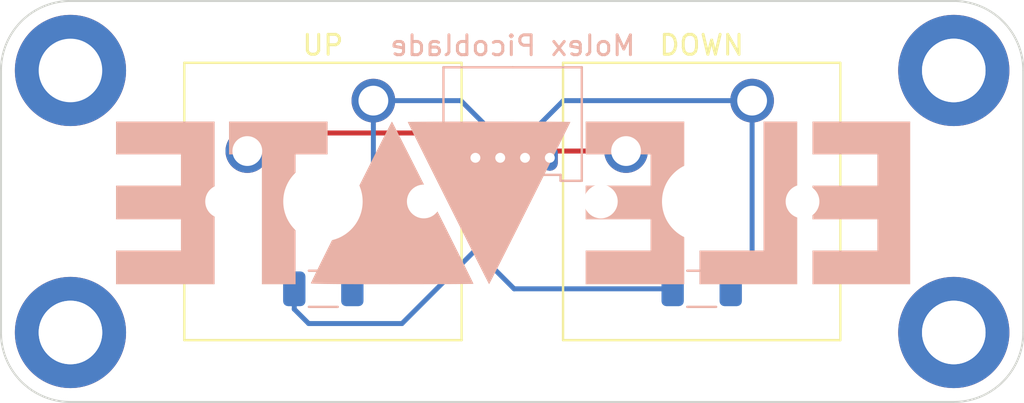
<source format=kicad_pcb>
(kicad_pcb (version 20221018) (generator pcbnew)
  (layers (0 "F.Cu" signal) (31 "B.Cu" signal) (34 "B.Paste" user) (35 "F.Paste" user) (36 "B.SilkS" user "B.Silkscreen") (37 "F.SilkS" user "F.Silkscreen") (38 "B.Mask" user) (39 "F.Mask" user) (44 "Edge.Cuts" user))
  (net 0 "")
  (net 1 "GND")
  (net 2 "+3V3")
  (net 3 "UP")
  (net 4 "DOWN")
  (footprint "MountingHole:MountingHole_3.2mm_M3_DIN965_Pad_TopBottom" (layer "F.Cu") (at 122.4 106.15)
    (fp_text reference "REF**" hide)
    (fp_text value "MountingHole_3.2mm_M3_DIN965_Pad_TopBottom" hide)
    (pad "1" thru_hole circle (at 0 0) (size 3.6 3.6) (drill 3.2) (layers "*.Cu" "*.Mask"))
    (pad "1" connect circle (at 0 0) (size 5.6 5.6) (layers "F.Cu" "F.Mask"))
    (pad "1" connect circle (at 0 0) (size 5.6 5.6) (layers "B.Cu" "B.Mask"))
  )
  (footprint "Button_Switch_Keyboard:SW_Cherry_MX_1.00u_PCB" (layer "F.Cu") (at 156.74 94.47)
    (fp_text reference "DOWN" (at -2.54 -2.794) (layer "F.SilkS"))
    (fp_text value "Down Switch")
    (fp_line (start -9.525 -1.905) (end 4.445 -1.905) (stroke (width 0.12)) (layer "F.SilkS"))
    (fp_line (start -9.525 12.065) (end -9.525 -1.905) (stroke (width 0.12)) (layer "F.SilkS"))
    (fp_line (start 4.445 -1.905) (end 4.445 12.065) (stroke (width 0.12)) (layer "F.SilkS"))
    (fp_line (start 4.445 12.065) (end -9.525 12.065) (stroke (width 0.12)) (layer "F.SilkS"))
    (pad "" np_thru_hole circle (at -7.62 5.08) (size 1.7 1.7) (drill 1.7) (layers "*.Cu" "*.Mask"))
    (pad "" np_thru_hole circle (at -2.54 5.08) (size 4 4) (drill 4) (layers "*.Cu" "*.Mask"))
    (pad "" np_thru_hole circle (at 2.54 5.08) (size 1.7 1.7) (drill 1.7) (layers "*.Cu" "*.Mask"))
    (pad "1" thru_hole circle (at 0 0) (size 2.2 2.2) (drill 1.5) (layers "*.Cu" "*.Mask") (net 4 "DOWN"))
    (pad "2" thru_hole circle (at -6.35 2.54) (size 2.2 2.2) (drill 1.5) (layers "*.Cu" "*.Mask") (net 1 "GND"))
  )
  (footprint "" (layer "F.Cu") (at 122.4 106.15)
    (fp_text reference "" (at 0 0) (layer "F.SilkS") (effects (font (size 1.27 1.27))))
    (fp_text value "" (at 0 0) (layer "F.SilkS") (effects (font (size 1.27 1.27))))
    (pad "1" thru_hole circle (at 0 0) (size 3.6 3.6) (drill 3.2) (layers "*.Cu" "*.Mask"))
  )
  (footprint "MountingHole:MountingHole_3.2mm_M3_DIN965_Pad_TopBottom" (layer "F.Cu") (at 166.9 92.95)
    (fp_text reference "REF**" hide)
    (fp_text value "MountingHole_3.2mm_M3_DIN965_Pad_TopBottom" hide)
    (pad "1" thru_hole circle (at 0 0) (size 3.6 3.6) (drill 3.2) (layers "*.Cu" "*.Mask"))
    (pad "1" connect circle (at 0 0) (size 5.6 5.6) (layers "F.Cu" "F.Mask"))
    (pad "1" connect circle (at 0 0) (size 5.6 5.6) (layers "B.Cu" "B.Mask"))
  )
  (footprint "MountingHole:MountingHole_3.2mm_M3_DIN965_Pad_TopBottom" (layer "F.Cu") (at 122.4 92.95)
    (fp_text reference "REF**" hide)
    (fp_text value "MountingHole_3.2mm_M3_DIN965_Pad_TopBottom" hide)
    (pad "1" thru_hole circle (at 0 0) (size 3.6 3.6) (drill 3.2) (layers "*.Cu" "*.Mask"))
    (pad "1" connect circle (at 0 0) (size 5.6 5.6) (layers "F.Cu" "F.Mask"))
    (pad "1" connect circle (at 0 0) (size 5.6 5.6) (layers "B.Cu" "B.Mask"))
  )
  (footprint "Button_Switch_Keyboard:SW_Cherry_MX_1.00u_PCB" (layer "F.Cu") (at 137.66 94.47)
    (fp_text reference "UP" (at -2.54 -2.794) (layer "F.SilkS"))
    (fp_text value "Up Switch")
    (fp_line (start -9.525 -1.905) (end 4.445 -1.905) (stroke (width 0.12)) (layer "F.SilkS"))
    (fp_line (start -9.525 12.065) (end -9.525 -1.905) (stroke (width 0.12)) (layer "F.SilkS"))
    (fp_line (start 4.445 -1.905) (end 4.445 12.065) (stroke (width 0.12)) (layer "F.SilkS"))
    (fp_line (start 4.445 12.065) (end -9.525 12.065) (stroke (width 0.12)) (layer "F.SilkS"))
    (pad "" np_thru_hole circle (at -7.62 5.08) (size 1.7 1.7) (drill 1.7) (layers "*.Cu" "*.Mask"))
    (pad "" np_thru_hole circle (at -2.54 5.08) (size 4 4) (drill 4) (layers "*.Cu" "*.Mask"))
    (pad "" np_thru_hole circle (at 2.54 5.08) (size 1.7 1.7) (drill 1.7) (layers "*.Cu" "*.Mask"))
    (pad "1" thru_hole circle (at 0 0) (size 2.2 2.2) (drill 1.5) (layers "*.Cu" "*.Mask") (net 3 "UP"))
    (pad "2" thru_hole circle (at -6.35 2.54) (size 2.2 2.2) (drill 1.5) (layers "*.Cu" "*.Mask") (net 1 "GND"))
  )
  (footprint "MountingHole:MountingHole_3.2mm_M3_DIN965_Pad_TopBottom" (layer "F.Cu") (at 166.9 106.15)
    (fp_text reference "REF**" hide)
    (fp_text value "MountingHole_3.2mm_M3_DIN965_Pad_TopBottom" hide)
    (pad "1" thru_hole circle (at 0 0) (size 3.6 3.6) (drill 3.2) (layers "*.Cu" "*.Mask"))
    (pad "1" connect circle (at 0 0) (size 5.6 5.6) (layers "F.Cu" "F.Mask"))
    (pad "1" connect circle (at 0 0) (size 5.6 5.6) (layers "B.Cu" "B.Mask"))
  )
  (footprint "" (layer "F.Cu") (at 166.9 92.95)
    (fp_text reference "" (at 0 0) (layer "F.SilkS") (effects (font (size 1.27 1.27))))
    (fp_text value "" (at 0 0) (layer "F.SilkS") (effects (font (size 1.27 1.27))))
    (pad "1" thru_hole circle (at 0 0) (size 3.6 3.6) (drill 3.2) (layers "*.Cu" "*.Mask"))
  )
  (footprint "" (layer "F.Cu") (at 166.9 106.15)
    (fp_text reference "" (at 0 0) (layer "F.SilkS") (effects (font (size 1.27 1.27))))
    (fp_text value "" (at 0 0) (layer "F.SilkS") (effects (font (size 1.27 1.27))))
    (pad "1" thru_hole circle (at 0 0) (size 3.6 3.6) (drill 3.2) (layers "*.Cu" "*.Mask"))
  )
  (footprint "Resistor_SMD:R_1206_3216Metric" (layer "B.Cu") (at 154.2 103.95)
    (fp_text reference "R4" hide)
    (fp_text value "1k" hide)
    (fp_line (start -0.727064 -0.91) (end 0.727064 -0.91) (stroke (width 0.12)) (layer "B.SilkS"))
    (fp_line (start -0.727064 0.91) (end 0.727064 0.91) (stroke (width 0.12)) (layer "B.SilkS"))
    (pad "1" smd roundrect (at -1.4625 0) (size 1.125 1.75) (layers "B.Cu" "B.Paste" "B.Mask") (roundrect_rratio 0.2222222222) (net 2 "+3V3"))
    (pad "2" smd roundrect (at 1.4625 0) (size 1.125 1.75) (layers "B.Cu" "B.Paste" "B.Mask") (roundrect_rratio 0.2222222222))
  )
  (footprint "Logo:Logo" (layer "B.Cu") (at 144.7 99.6 180)
    (fp_text reference "G***" hide)
    (fp_text value "LOGO" hide)
    (fp_poly (pts (xy -12.61505 0.82826) (xy -12.61505 -2.421071) (xy -11.001003 -2.421071) (xy -9.386956 -2.421071) (xy -9.386956 -3.270569) (xy -9.386956 -4.120067) (xy -11.850502 -4.120067) (xy -14.314047 -4.120067) (xy -14.314047 -0.021238) (xy -14.314047 4.077591) (xy -13.464548 4.077591) (xy -12.61505 4.077591)) (fill solid) (layer "B.SilkS"))
    (fp_poly (pts (xy 14.314047 3.249331) (xy 14.314047 2.42107) (xy 13.485786 2.42107) (xy 12.657525 2.42107) (xy 12.657525 -0.849499) (xy 12.657525 -4.120067) (xy 11.808027 -4.120067) (xy 10.958529 -4.120067) (xy 10.958529 -0.849499) (xy 10.958529 2.42107) (xy 10.151505 2.42107) (xy 9.344482 2.42107) (xy 9.344482 3.249331) (xy 9.344482 4.077591) (xy 11.829264 4.077591) (xy 14.314047 4.077591)) (fill solid) (layer "B.SilkS"))
    (fp_poly (pts (xy -15.078595 3.249331) (xy -15.078595 2.42107) (xy -16.713879 2.42107) (xy -18.349164 2.42107) (xy -18.349164 1.635284) (xy -18.349164 0.849498) (xy -16.713879 0.849498) (xy -15.078595 0.849498) (xy -15.078595 0) (xy -15.078595 -0.849499) (xy -16.713879 -0.849499) (xy -18.349164 -0.849499) (xy -18.349164 -1.635285) (xy -18.349164 -2.421071) (xy -16.713879 -2.421071) (xy -15.078595 -2.421071) (xy -15.078595 -3.270569) (xy -15.078595 -4.120067) (xy -17.54214 -4.120067) (xy -20.005685 -4.120067) (xy -20.005685 -0.021238) (xy -20.005685 4.077591) (xy -17.54214 4.077591) (xy -15.078595 4.077591)) (fill solid) (layer "B.SilkS"))
    (fp_poly (pts (xy -3.652843 3.249331) (xy -3.652843 2.42107) (xy -5.288127 2.42107) (xy -6.923411 2.42107) (xy -6.923411 1.635284) (xy -6.923411 0.849498) (xy -5.288127 0.849498) (xy -3.652843 0.849498) (xy -3.652843 0) (xy -3.652843 -0.849499) (xy -5.288127 -0.849499) (xy -6.923411 -0.849499) (xy -6.923411 -1.635285) (xy -6.923411 -2.421071) (xy -5.288127 -2.421071) (xy -3.652843 -2.421071) (xy -3.652843 -3.270569) (xy -3.652843 -4.120067) (xy -6.137625 -4.120067) (xy -8.622408 -4.120067) (xy -8.622408 -0.021238) (xy -8.622408 4.077591) (xy -6.137625 4.077591) (xy -3.652843 4.077591)) (fill solid) (layer "B.SilkS"))
    (fp_poly (pts (xy 20.005686 3.249331) (xy 20.005686 2.42107) (xy 18.370401 2.42107) (xy 16.735117 2.42107) (xy 16.735117 1.635284) (xy 16.735117 0.849498) (xy 18.370401 0.849498) (xy 20.005686 0.849498) (xy 20.005686 0) (xy 20.005686 -0.849499) (xy 18.370401 -0.849499) (xy 16.735117 -0.849499) (xy 16.735117 -1.635285) (xy 16.735117 -2.421071) (xy 18.370401 -2.421071) (xy 20.005686 -2.421071) (xy 20.005686 -3.270569) (xy 20.005686 -4.120067) (xy 17.520903 -4.120067) (xy 15.036121 -4.120067) (xy 15.036121 -0.021238) (xy 15.036121 4.077591) (xy 17.520903 4.077591) (xy 20.005686 4.077591)) (fill solid) (layer "B.SilkS"))
    (fp_poly (pts (xy 6.128449 4.040555) (xy 6.185781 3.933444) (xy 6.274906 3.762258) (xy 6.392816 3.532995) (xy 6.536504 3.251655) (xy 6.702964 2.924236) (xy 6.889188 2.556737) (xy 7.092169 2.155157) (xy 7.3089 1.725496) (xy 7.536373 1.273751) (xy 7.771582 0.805922) (xy 8.01152 0.328008) (xy 8.253179 -0.153993) (xy 8.493552 -0.634081) (xy 8.729632 -1.106258) (xy 8.958413 -1.564525) (xy 9.176886 -2.002883) (xy 9.382045 -2.415333) (xy 9.570883 -2.795876) (xy 9.740392 -3.138513) (xy 9.887566 -3.437245) (xy 10.009397 -3.686074) (xy 10.102878 -3.879001) (xy 10.165002 -4.010027) (xy 10.192762 -4.073152) (xy 10.19398 -4.077651) (xy 10.151605 -4.085677) (xy 10.024873 -4.092877) (xy 9.814373 -4.099247) (xy 9.520693 -4.10478) (xy 9.144423 -4.10947) (xy 8.686151 -4.113312) (xy 8.146466 -4.116298) (xy 7.525956 -4.118423) (xy 6.825211 -4.119681) (xy 6.095151 -4.120067) (xy 5.513021 -4.119851) (xy 4.955557 -4.119224) (xy 4.428549 -4.118214) (xy 3.937784 -4.116853) (xy 3.489053 -4.11517) (xy 3.088143 -4.113196) (xy 2.740844 -4.110961) (xy 2.452944 -4.108494) (xy 2.230232 -4.105827) (xy 2.078496 -4.102988) (xy 2.003526 -4.100009) (xy 1.996321 -4.098742) (xy 2.014921 -4.055423) (xy 2.068716 -3.942599) (xy 2.154698 -3.766256) (xy 2.269861 -3.532375) (xy 2.411197 -3.246941) (xy 2.575698 -2.915936) (xy 2.760358 -2.545344) (xy 2.962168 -2.141149) (xy 3.178123 -1.709333) (xy 3.405213 -1.255879) (xy 3.640433 -0.786772) (xy 3.880774 -0.307994) (xy 4.123229 0.174471) (xy 4.364792 0.654641) (xy 4.602454 1.126531) (xy 4.833208 1.584159) (xy 5.054048 2.02154) (xy 5.261965 2.432693) (xy 5.453952 2.811633) (xy 5.627003 3.152378) (xy 5.778109 3.448943) (xy 5.904263 3.695346) (xy 6.002459 3.885604) (xy 6.069688 4.013732) (xy 6.102944 4.073749) (xy 6.105917 4.077591)) (fill solid) (layer "B.SilkS"))
    (fp_poly (pts (xy 1.792665 4.077376) (xy 2.350129 4.076748) (xy 2.877137 4.075738) (xy 3.367901 4.074377) (xy 3.816633 4.072694) (xy 4.217543 4.07072) (xy 4.564842 4.068485) (xy 4.852742 4.066018) (xy 5.075454 4.063351) (xy 5.22719 4.060513) (xy 5.30216 4.057533) (xy 5.309365 4.056266) (xy 5.29081 4.014531) (xy 5.237147 3.90315) (xy 5.151376 3.728106) (xy 5.036496 3.495386) (xy 4.895509 3.210974) (xy 4.731414 2.880856) (xy 4.547212 2.511015) (xy 4.345902 2.107438) (xy 4.130486 1.676108) (xy 3.903963 1.223011) (xy 3.669335 0.754132) (xy 3.4296 0.275456) (xy 3.187759 -0.207032) (xy 2.946813 -0.687348) (xy 2.709762 -1.159507) (xy 2.479606 -1.617522) (xy 2.259346 -2.055411) (xy 2.051981 -2.467187) (xy 1.860512 -2.846866) (xy 1.687939 -3.188463) (xy 1.537263 -3.485993) (xy 1.411483 -3.733471) (xy 1.3136 -3.924911) (xy 1.246615 -4.05433) (xy 1.213527 -4.115743) (xy 1.210535 -4.120067) (xy 1.189088 -4.082878) (xy 1.132201 -3.974586) (xy 1.042356 -3.800104) (xy 0.922036 -3.564345) (xy 0.773721 -3.272221) (xy 0.599894 -2.928645) (xy 0.403038 -2.538531) (xy 0.185634 -2.10679) (xy -0.049837 -1.638337) (xy -0.300891 -1.138083) (xy -0.565046 -0.610942) (xy -0.839822 -0.061826) (xy -0.849454 -0.042563) (xy -1.124422 0.507544) (xy -1.388482 1.036206) (xy -1.639174 1.538482) (xy -1.874041 2.009429) (xy -2.090624 2.444106) (xy -2.286466 2.83757) (xy -2.459107 3.184879) (xy -2.60609 3.481092) (xy -2.724957 3.721266) (xy -2.813249 3.900459) (xy -2.868508 4.01373) (xy -2.888275 4.056136) (xy -2.888294 4.056266) (xy -2.846784 4.059295) (xy -2.726113 4.062195) (xy -2.53207 4.064937) (xy -2.270443 4.067491) (xy -1.947022 4.069825) (xy -1.567594 4.071911) (xy -1.13795 4.073718) (xy -0.663877 4.075216) (xy -0.151165 4.076375) (xy 0.394398 4.077164) (xy 0.967023 4.077554) (xy 1.210535 4.077591)) (fill solid) (layer "B.SilkS"))
  )
  (footprint "Resistor_SMD:R_1206_3216Metric" (layer "B.Cu") (at 135.1375 103.95)
    (fp_text reference "R3" hide)
    (fp_text value "1k" hide)
    (fp_line (start -0.727064 -0.91) (end 0.727064 -0.91) (stroke (width 0.12)) (layer "B.SilkS"))
    (fp_line (start -0.727064 0.91) (end 0.727064 0.91) (stroke (width 0.12)) (layer "B.SilkS"))
    (pad "1" smd roundrect (at -1.4625 0) (size 1.125 1.75) (layers "B.Cu" "B.Paste" "B.Mask") (roundrect_rratio 0.2222222222) (net 2 "+3V3"))
    (pad "2" smd roundrect (at 1.4625 0) (size 1.125 1.75) (layers "B.Cu" "B.Paste" "B.Mask") (roundrect_rratio 0.2222222222))
  )
  (footprint "Connector_Molex:Molex_PicoBlade_53048-0410_1x04_P1.25mm_Horizontal" (layer "B.Cu") (at 142.8 97.35)
    (fp_text reference "Molex2" hide)
    (fp_text value "Molex Picoblade" (at 1.88 -5.65) (layer "B.SilkS") (effects (justify mirror)))
    (fp_line (start -1.61 -4.56) (end 1.875 -4.56) (stroke (width 0.12)) (layer "B.SilkS"))
    (fp_line (start -1.61 1.16) (end -1.61 -4.56) (stroke (width 0.12)) (layer "B.SilkS"))
    (fp_line (start -0.54 0.86) (end -0.54 1.16) (stroke (width 0.12)) (layer "B.SilkS"))
    (fp_line (start -0.54 1.16) (end -1.61 1.16) (stroke (width 0.12)) (layer "B.SilkS"))
    (fp_line (start -0.25 1.15) (end -0.25 1.45) (stroke (width 0.12)) (layer "B.SilkS"))
    (fp_line (start -0.25 1.45) (end -0.75 1.45) (stroke (width 0.12)) (layer "B.SilkS"))
    (fp_line (start 1.875 0.86) (end -0.54 0.86) (stroke (width 0.12)) (layer "B.SilkS"))
    (fp_line (start 1.875 0.86) (end 4.29 0.86) (stroke (width 0.12)) (layer "B.SilkS"))
    (fp_line (start 4.29 0.86) (end 4.29 1.16) (stroke (width 0.12)) (layer "B.SilkS"))
    (fp_line (start 4.29 1.16) (end 5.36 1.16) (stroke (width 0.12)) (layer "B.SilkS"))
    (fp_line (start 5.36 -4.56) (end 1.875 -4.56) (stroke (width 0.12)) (layer "B.SilkS"))
    (fp_line (start 5.36 1.16) (end 5.36 -4.56) (stroke (width 0.12)) (layer "B.SilkS"))
    (pad "1" thru_hole roundrect (at 0 0) (size 0.8 1.3) (drill 0.5) (layers "*.Cu" "*.Mask") (net 2 "+3V3"))
    (pad "2" thru_hole oval (at 1.25 0) (size 0.8 1.3) (drill 0.5) (layers "*.Cu" "*.Mask"))
    (pad "3" thru_hole oval (at 2.5 0) (size 0.8 1.3) (drill 0.5) (layers "*.Cu" "*.Mask"))
    (pad "4" thru_hole oval (at 3.75 0) (size 0.8 1.3) (drill 0.5) (layers "*.Cu" "*.Mask") (net 1 "GND"))
  )
  (gr_line (start 118.9 106.15) (end 118.9 92.95) (stroke (width 0.1)) (layer "Edge.Cuts"))
  (gr_line (start 170.4 106.15) (end 170.4 92.95) (stroke (width 0.1)) (layer "Edge.Cuts"))
  (gr_arc (start 166.9 89.45) (mid 169.374874 90.475126) (end 170.4 92.95) (stroke (width 0.1)) (layer "Edge.Cuts"))
  (gr_line (start 166.9 89.45) (end 122.4 89.45) (stroke (width 0.1)) (layer "Edge.Cuts"))
  (gr_line (start 163.8 109.65) (end 166.9 109.65) (stroke (width 0.1)) (layer "Edge.Cuts"))
  (gr_arc (start 118.9 92.95) (mid 119.925126 90.475126) (end 122.4 89.45) (stroke (width 0.1)) (layer "Edge.Cuts"))
  (gr_line (start 122.4 109.65) (end 163.8 109.65) (stroke (width 0.1)) (layer "Edge.Cuts"))
  (gr_arc (start 170.4 106.15) (mid 169.374874 108.624874) (end 166.9 109.65) (stroke (width 0.1)) (layer "Edge.Cuts"))
  (gr_arc (start 122.4 109.65) (mid 119.925126 108.624874) (end 118.9 106.15) (stroke (width 0.1)) (layer "Edge.Cuts"))
  (segment (start 146.89 97.01) (end 146.55 97.35) (width 0.25) (layer "F.Cu") (net 1))
  (segment (start 131.31 97.01) (end 132.22 96.1) (width 0.25) (layer "F.Cu") (net 1))
  (segment (start 150.39 97.01) (end 146.89 97.01) (width 0.25) (layer "F.Cu") (net 1))
  (segment (start 146.55 97.05) (end 146.55 97.35) (width 0.25) (layer "F.Cu") (net 1))
  (segment (start 132.22 96.1) (end 145.6 96.1) (width 0.25) (layer "F.Cu") (net 1))
  (segment (start 145.6 96.1) (end 146.55 97.05) (width 0.25) (layer "F.Cu") (net 1))
  (segment (start 144.75 103.95) (end 142.8 102) (width 0.25) (layer "B.Cu") (net 2))
  (segment (start 133.675 104.975) (end 134.4 105.7) (width 0.25) (layer "B.Cu") (net 2))
  (segment (start 142.8 102) (end 142.8 101.5) (width 0.25) (layer "B.Cu") (net 2))
  (segment (start 133.675 103.95) (end 133.675 104.975) (width 0.25) (layer "B.Cu") (net 2))
  (segment (start 139.1 105.7) (end 142.8 102) (width 0.25) (layer "B.Cu") (net 2))
  (segment (start 134.4 105.7) (end 139.1 105.7) (width 0.25) (layer "B.Cu") (net 2))
  (segment (start 142.8 101.5) (end 142.8 97.35) (width 0.25) (layer "B.Cu") (net 2))
  (segment (start 152.7375 103.95) (end 144.75 103.95) (width 0.25) (layer "B.Cu") (net 2))
  (segment (start 137.66 102.89) (end 136.6 103.95) (width 0.25) (layer "B.Cu") (net 3))
  (segment (start 137.66 94.47) (end 137.66 102.89) (width 0.25) (layer "B.Cu") (net 3))
  (segment (start 137.66 94.47) (end 142.07 94.47) (width 0.25) (layer "B.Cu") (net 3))
  (segment (start 144.05 96.45) (end 144.05 97.35) (width 0.25) (layer "B.Cu") (net 3))
  (segment (start 142.07 94.47) (end 144.05 96.45) (width 0.25) (layer "B.Cu") (net 3))
  (segment (start 156.74 94.47) (end 147.23 94.47) (width 0.25) (layer "B.Cu") (net 4))
  (segment (start 147.23 94.47) (end 145.3 96.4) (width 0.25) (layer "B.Cu") (net 4))
  (segment (start 156.74 94.47) (end 156.74 102.8725) (width 0.25) (layer "B.Cu") (net 4))
  (segment (start 145.3 96.4) (end 145.3 97.35) (width 0.25) (layer "B.Cu") (net 4))
  (segment (start 156.74 102.8725) (end 155.6625 103.95) (width 0.25) (layer "B.Cu") (net 4))
)
</source>
